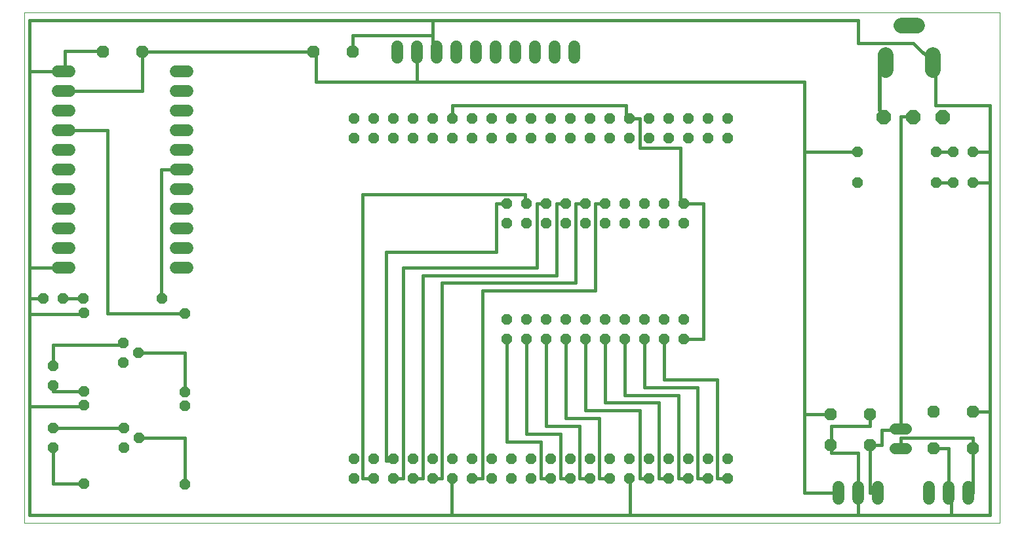
<source format=gtl>
G75*
G70*
%OFA0B0*%
%FSLAX24Y24*%
%IPPOS*%
%LPD*%
%AMOC8*
5,1,8,0,0,1.08239X$1,22.5*
%
%ADD10C,0.0000*%
%ADD11OC8,0.0560*%
%ADD12C,0.0594*%
%ADD13OC8,0.0520*%
%ADD14OC8,0.0630*%
%ADD15C,0.0787*%
%ADD16C,0.0600*%
%ADD17OC8,0.0750*%
%ADD18C,0.0560*%
%ADD19C,0.0160*%
%ADD20C,0.0100*%
%ADD21C,0.0200*%
D10*
X000895Y000246D02*
X000895Y026246D01*
X050501Y026246D01*
X050501Y000246D01*
X000895Y000246D01*
D11*
X017655Y002533D03*
X018655Y002533D03*
X019655Y002533D03*
X020655Y002533D03*
X021655Y002533D03*
X022655Y002533D03*
X023655Y002533D03*
X024655Y002533D03*
X025655Y002533D03*
X026655Y002533D03*
X027655Y002533D03*
X028655Y002533D03*
X029655Y002533D03*
X030655Y002533D03*
X031655Y002533D03*
X032655Y002533D03*
X033655Y002533D03*
X034655Y002533D03*
X035655Y002533D03*
X036655Y002533D03*
X036655Y003533D03*
X035655Y003533D03*
X034655Y003533D03*
X033655Y003533D03*
X032655Y003533D03*
X031655Y003533D03*
X030655Y003533D03*
X029655Y003533D03*
X028655Y003533D03*
X027655Y003533D03*
X026655Y003533D03*
X025655Y003533D03*
X024655Y003533D03*
X023655Y003533D03*
X022655Y003533D03*
X021655Y003533D03*
X020655Y003533D03*
X019655Y003533D03*
X018655Y003533D03*
X017655Y003533D03*
X025410Y009620D03*
X026410Y009620D03*
X027410Y009620D03*
X028410Y009620D03*
X029410Y009620D03*
X030410Y009620D03*
X031410Y009620D03*
X032410Y009620D03*
X033410Y009620D03*
X034410Y009620D03*
X034410Y010620D03*
X033410Y010620D03*
X032410Y010620D03*
X031410Y010620D03*
X030410Y010620D03*
X029410Y010620D03*
X028410Y010620D03*
X027410Y010620D03*
X026410Y010620D03*
X025410Y010620D03*
X025410Y015525D03*
X026410Y015525D03*
X027410Y015525D03*
X028410Y015525D03*
X029410Y015525D03*
X030410Y015525D03*
X031410Y015525D03*
X032410Y015525D03*
X033410Y015525D03*
X034410Y015525D03*
X034410Y016525D03*
X033410Y016525D03*
X032410Y016525D03*
X031410Y016525D03*
X030410Y016525D03*
X029410Y016525D03*
X028410Y016525D03*
X027410Y016525D03*
X026410Y016525D03*
X025410Y016525D03*
X025655Y019856D03*
X026655Y019856D03*
X027655Y019856D03*
X028655Y019856D03*
X029655Y019856D03*
X030655Y019856D03*
X031655Y019856D03*
X032655Y019856D03*
X033655Y019856D03*
X034655Y019856D03*
X035655Y019856D03*
X036655Y019856D03*
X036655Y020856D03*
X035655Y020856D03*
X034655Y020856D03*
X033655Y020856D03*
X032655Y020856D03*
X031655Y020856D03*
X030655Y020856D03*
X029655Y020856D03*
X028655Y020856D03*
X027655Y020856D03*
X026655Y020856D03*
X025655Y020856D03*
X024655Y020856D03*
X023655Y020856D03*
X022655Y020856D03*
X021655Y020856D03*
X020655Y020856D03*
X019655Y020856D03*
X018655Y020856D03*
X017655Y020856D03*
X017655Y019856D03*
X018655Y019856D03*
X019655Y019856D03*
X020655Y019856D03*
X021655Y019856D03*
X022655Y019856D03*
X023655Y019856D03*
X024655Y019856D03*
D12*
X024851Y023949D02*
X024851Y024543D01*
X023851Y024543D02*
X023851Y023949D01*
X022851Y023949D02*
X022851Y024543D01*
X021851Y024543D02*
X021851Y023949D01*
X020851Y023949D02*
X020851Y024543D01*
X019851Y024543D02*
X019851Y023949D01*
X025851Y023949D02*
X025851Y024543D01*
X026851Y024543D02*
X026851Y023949D01*
X027851Y023949D02*
X027851Y024543D01*
X028851Y024543D02*
X028851Y023949D01*
X009192Y023246D02*
X008598Y023246D01*
X008598Y022246D02*
X009192Y022246D01*
X009192Y021246D02*
X008598Y021246D01*
X008598Y020246D02*
X009192Y020246D01*
X009192Y019246D02*
X008598Y019246D01*
X008598Y018246D02*
X009192Y018246D01*
X009192Y017246D02*
X008598Y017246D01*
X008598Y016246D02*
X009192Y016246D01*
X009192Y015246D02*
X008598Y015246D01*
X008598Y014246D02*
X009192Y014246D01*
X009192Y013246D02*
X008598Y013246D01*
X003192Y013246D02*
X002598Y013246D01*
X002598Y014246D02*
X003192Y014246D01*
X003192Y015246D02*
X002598Y015246D01*
X002598Y016246D02*
X003192Y016246D01*
X003192Y017246D02*
X002598Y017246D01*
X002598Y018246D02*
X003192Y018246D01*
X003192Y019246D02*
X002598Y019246D01*
X002598Y020246D02*
X003192Y020246D01*
X003192Y021246D02*
X002598Y021246D01*
X002598Y022246D02*
X003192Y022246D01*
X003192Y023246D02*
X002598Y023246D01*
D13*
X002851Y011695D03*
X001851Y011695D03*
X003895Y011695D03*
X003926Y010970D03*
X005926Y009439D03*
X006676Y008939D03*
X005926Y008439D03*
X003926Y006970D03*
X003926Y006277D03*
X002351Y007258D03*
X002351Y008258D03*
X002351Y005108D03*
X002351Y004108D03*
X003926Y002277D03*
X005969Y004108D03*
X006719Y004608D03*
X005969Y005108D03*
X009044Y006214D03*
X009044Y006939D03*
X009044Y010939D03*
X007895Y011695D03*
X009044Y002214D03*
X043265Y017600D03*
X043265Y019175D03*
X047265Y019175D03*
X048111Y019175D03*
X049111Y019175D03*
X049111Y017600D03*
X048111Y017600D03*
X047265Y017600D03*
D14*
X047107Y005915D03*
X049107Y005915D03*
X049107Y004065D03*
X047107Y004065D03*
X043903Y004214D03*
X041903Y004214D03*
X041903Y005789D03*
X043903Y005789D03*
X017603Y024246D03*
X015603Y024246D03*
X006895Y024246D03*
X004895Y024246D03*
D15*
X044674Y024108D02*
X044674Y023321D01*
X047076Y023321D02*
X047076Y024108D01*
X046288Y025604D02*
X045501Y025604D01*
D16*
X044288Y002089D02*
X044288Y001489D01*
X043288Y001489D02*
X043288Y002089D01*
X042288Y002089D02*
X042288Y001489D01*
X046895Y001489D02*
X046895Y002089D01*
X047895Y002089D02*
X047895Y001489D01*
X048895Y001489D02*
X048895Y002089D01*
D17*
X047586Y020915D03*
X046086Y020915D03*
X044586Y020915D03*
D18*
X045158Y005061D02*
X045718Y005061D01*
X045718Y004061D02*
X045158Y004061D01*
D19*
X045438Y004061D02*
X045462Y004061D01*
X045462Y004608D01*
X049107Y004608D01*
X049107Y004065D01*
X049107Y001789D01*
X048895Y001789D01*
X048021Y001789D02*
X047895Y001789D01*
X047895Y004065D01*
X047107Y004065D01*
X045438Y005002D02*
X045438Y005061D01*
X045462Y005061D01*
X045462Y020947D01*
X046086Y020947D01*
X046086Y020915D01*
X047233Y021537D02*
X047233Y023112D01*
X047076Y023714D02*
X046103Y024687D01*
X043296Y024687D01*
X043296Y025868D01*
X021643Y025868D01*
X021643Y025081D01*
X017603Y025081D01*
X017603Y024246D01*
X015737Y024246D02*
X015737Y022718D01*
X020851Y022718D01*
X020851Y024246D01*
X021643Y024246D02*
X021851Y024246D01*
X021643Y024246D02*
X021643Y025081D01*
X021643Y025868D02*
X001170Y025868D01*
X001170Y023246D01*
X002895Y023246D01*
X002942Y023246D01*
X002942Y024293D01*
X004895Y024293D01*
X004895Y024246D01*
X006895Y024246D02*
X015603Y024246D01*
X015737Y024246D01*
X020851Y022718D02*
X040540Y022718D01*
X040540Y019175D01*
X043265Y019175D01*
X040540Y019175D02*
X040540Y005789D01*
X041903Y005789D01*
X041918Y005199D02*
X043903Y005199D01*
X043903Y005789D01*
X044477Y005002D02*
X045438Y005002D01*
X044477Y005002D02*
X044477Y004214D01*
X043903Y004214D01*
X043903Y001789D01*
X044288Y001789D01*
X043288Y001789D02*
X043288Y003821D01*
X041918Y003821D01*
X041918Y004214D01*
X041918Y005199D01*
X040540Y005789D02*
X040540Y001789D01*
X042288Y001789D01*
X043288Y001789D02*
X043288Y000679D01*
X043296Y000671D01*
X048021Y000671D01*
X048021Y001789D01*
X048021Y000671D02*
X049989Y000671D01*
X049989Y005915D01*
X049107Y005915D01*
X049989Y005915D02*
X049989Y017600D01*
X049111Y017600D01*
X049989Y017600D02*
X049989Y019175D01*
X049111Y019175D01*
X049989Y019175D02*
X049989Y021537D01*
X047233Y021537D01*
X044586Y020915D02*
X044395Y020915D01*
X044395Y021246D01*
X044395Y023246D02*
X044395Y023714D01*
X044674Y023714D01*
X047265Y019175D02*
X048111Y019175D01*
X048111Y017600D02*
X047265Y017600D01*
X035422Y016525D02*
X035422Y009620D01*
X034410Y009620D01*
X033410Y009620D02*
X033410Y007561D01*
X036111Y007561D01*
X036111Y002533D01*
X036655Y002533D01*
X035655Y002533D02*
X035127Y002533D01*
X035127Y007167D01*
X032410Y007167D01*
X032410Y009620D01*
X031410Y009620D02*
X031410Y006773D01*
X034143Y006773D01*
X034143Y002533D01*
X034655Y002533D01*
X033655Y002533D02*
X033158Y002533D01*
X033158Y006380D01*
X030410Y006380D01*
X030410Y009620D01*
X029410Y009620D02*
X029410Y005986D01*
X032174Y005986D01*
X032174Y002533D01*
X032655Y002533D01*
X031682Y002533D02*
X031682Y000671D01*
X043296Y000671D01*
X041918Y004214D02*
X041903Y004214D01*
X031682Y002533D02*
X031655Y002533D01*
X030655Y002533D02*
X030107Y002533D01*
X030107Y005592D01*
X028410Y005592D01*
X028410Y009620D01*
X027410Y009620D02*
X027410Y005199D01*
X029123Y005199D01*
X029123Y002533D01*
X029655Y002533D01*
X028655Y002533D02*
X028139Y002533D01*
X028139Y004805D01*
X026410Y004805D01*
X026410Y009620D01*
X025410Y009620D02*
X025410Y004411D01*
X027155Y004411D01*
X027155Y002533D01*
X027655Y002533D01*
X024202Y002533D02*
X024202Y012088D01*
X029910Y012088D01*
X029910Y016525D01*
X030410Y016525D01*
X029410Y016525D02*
X028926Y016525D01*
X028926Y012482D01*
X022135Y012482D01*
X022135Y002533D01*
X021655Y002533D01*
X021151Y002533D02*
X021151Y012876D01*
X027942Y012876D01*
X027942Y016525D01*
X028410Y016525D01*
X027410Y016525D02*
X026958Y016525D01*
X026958Y013270D01*
X020166Y013270D01*
X020166Y002533D01*
X019655Y002533D01*
X020655Y002533D02*
X021151Y002533D01*
X022627Y002533D02*
X022627Y000671D01*
X031682Y000671D01*
X024202Y002533D02*
X023655Y002533D01*
X022655Y002533D02*
X022627Y002533D01*
X019655Y003427D02*
X019655Y003533D01*
X019655Y003427D02*
X019280Y003427D01*
X019280Y014057D01*
X024891Y014057D01*
X024891Y016525D01*
X025410Y016525D01*
X026367Y016525D02*
X026367Y017010D01*
X018099Y017010D01*
X018099Y002533D01*
X018655Y002533D01*
X022627Y000671D02*
X001170Y000671D01*
X001170Y006183D01*
X003832Y006183D01*
X003926Y006277D01*
X003926Y006970D02*
X002351Y006970D01*
X002351Y007258D01*
X002351Y008258D02*
X002351Y009333D01*
X005926Y009333D01*
X005926Y009439D01*
X006676Y008939D02*
X009044Y008939D01*
X009044Y006939D01*
X005969Y005108D02*
X002351Y005108D01*
X002351Y004108D02*
X002351Y002246D01*
X003895Y002246D01*
X003926Y002246D01*
X006719Y004608D02*
X009044Y004608D01*
X009044Y002214D01*
X001170Y006183D02*
X001170Y010907D01*
X003863Y010907D01*
X003926Y010970D01*
X003895Y011695D02*
X002851Y011695D01*
X001851Y011695D02*
X001170Y011695D01*
X001170Y010907D01*
X001170Y011695D02*
X001170Y013270D01*
X001194Y013246D01*
X002895Y013246D01*
X001170Y013270D02*
X001170Y023246D01*
X002895Y022246D02*
X006895Y022246D01*
X006895Y024246D01*
X005107Y020246D02*
X002895Y020246D01*
X005107Y020246D02*
X005107Y010939D01*
X009044Y010939D01*
X009044Y010907D01*
X007863Y011695D02*
X007863Y011746D01*
X007863Y018246D01*
X008895Y018246D01*
X022655Y020856D02*
X022655Y021537D01*
X031485Y021537D01*
X031485Y020856D01*
X031655Y020856D01*
X032174Y020856D01*
X032174Y019372D01*
X034241Y019372D01*
X034241Y016525D01*
X034410Y016525D01*
X035422Y016525D01*
X026410Y016525D02*
X026367Y016525D01*
D20*
X007895Y011746D02*
X007863Y011746D01*
X007895Y011746D02*
X007895Y011695D01*
X003926Y002277D02*
X003895Y002246D01*
D21*
X044395Y021246D02*
X044395Y023246D01*
M02*

</source>
